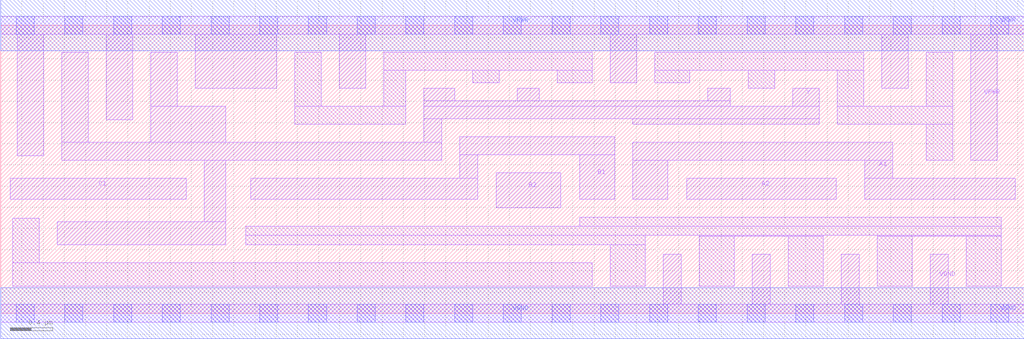
<source format=lef>
# Copyright 2020 The SkyWater PDK Authors
#
# Licensed under the Apache License, Version 2.0 (the "License");
# you may not use this file except in compliance with the License.
# You may obtain a copy of the License at
#
#     https://www.apache.org/licenses/LICENSE-2.0
#
# Unless required by applicable law or agreed to in writing, software
# distributed under the License is distributed on an "AS IS" BASIS,
# WITHOUT WARRANTIES OR CONDITIONS OF ANY KIND, either express or implied.
# See the License for the specific language governing permissions and
# limitations under the License.
#
# SPDX-License-Identifier: Apache-2.0

VERSION 5.7 ;
  NAMESCASESENSITIVE ON ;
  NOWIREEXTENSIONATPIN ON ;
  DIVIDERCHAR "/" ;
  BUSBITCHARS "[]" ;
UNITS
  DATABASE MICRONS 200 ;
END UNITS
MACRO sky130_fd_sc_hd__o221ai_4
  CLASS CORE ;
  SOURCE USER ;
  FOREIGN sky130_fd_sc_hd__o221ai_4 ;
  ORIGIN  0.000000  0.000000 ;
  SIZE  9.660000 BY  2.720000 ;
  SYMMETRY X Y R90 ;
  SITE unithd ;
  PIN A1
    ANTENNAGATEAREA  0.990000 ;
    DIRECTION INPUT ;
    USE SIGNAL ;
    PORT
      LAYER li1 ;
        RECT 5.965000 1.075000 6.295000 1.445000 ;
        RECT 5.965000 1.445000 8.420000 1.615000 ;
        RECT 8.155000 1.075000 9.575000 1.275000 ;
        RECT 8.155000 1.275000 8.420000 1.445000 ;
    END
  END A1
  PIN A2
    ANTENNAGATEAREA  0.990000 ;
    DIRECTION INPUT ;
    USE SIGNAL ;
    PORT
      LAYER li1 ;
        RECT 6.475000 1.075000 7.885000 1.275000 ;
    END
  END A2
  PIN B1
    ANTENNAGATEAREA  0.990000 ;
    DIRECTION INPUT ;
    USE SIGNAL ;
    PORT
      LAYER li1 ;
        RECT 2.360000 1.075000 4.505000 1.275000 ;
        RECT 4.335000 1.275000 4.505000 1.495000 ;
        RECT 4.335000 1.495000 5.795000 1.665000 ;
        RECT 5.465000 1.075000 5.795000 1.495000 ;
    END
  END B1
  PIN B2
    ANTENNAGATEAREA  0.990000 ;
    DIRECTION INPUT ;
    USE SIGNAL ;
    PORT
      LAYER li1 ;
        RECT 4.675000 0.995000 5.285000 1.325000 ;
    END
  END B2
  PIN C1
    ANTENNAGATEAREA  0.990000 ;
    DIRECTION INPUT ;
    USE SIGNAL ;
    PORT
      LAYER li1 ;
        RECT 0.090000 1.075000 1.750000 1.275000 ;
    END
  END C1
  PIN Y
    ANTENNADIFFAREA  1.971000 ;
    DIRECTION OUTPUT ;
    USE SIGNAL ;
    PORT
      LAYER li1 ;
        RECT 0.535000 0.645000 2.125000 0.865000 ;
        RECT 0.575000 1.445000 4.165000 1.615000 ;
        RECT 0.575000 1.615000 0.825000 2.465000 ;
        RECT 1.415000 1.615000 2.125000 1.955000 ;
        RECT 1.415000 1.955000 1.665000 2.465000 ;
        RECT 1.920000 0.865000 2.125000 1.445000 ;
        RECT 3.995000 1.615000 4.165000 1.835000 ;
        RECT 3.995000 1.835000 7.725000 1.955000 ;
        RECT 3.995000 1.955000 6.885000 2.005000 ;
        RECT 3.995000 2.005000 4.285000 2.125000 ;
        RECT 4.875000 2.005000 5.085000 2.125000 ;
        RECT 5.965000 1.785000 7.725000 1.835000 ;
        RECT 6.675000 2.005000 6.885000 2.125000 ;
        RECT 7.475000 1.955000 7.725000 2.125000 ;
    END
  END Y
  PIN VGND
    DIRECTION INOUT ;
    SHAPE ABUTMENT ;
    USE GROUND ;
    PORT
      LAYER li1 ;
        RECT 0.000000 -0.085000 9.660000 0.085000 ;
        RECT 6.255000  0.085000 6.425000 0.555000 ;
        RECT 7.095000  0.085000 7.265000 0.555000 ;
        RECT 7.935000  0.085000 8.105000 0.555000 ;
        RECT 8.775000  0.085000 8.945000 0.555000 ;
      LAYER mcon ;
        RECT 0.145000 -0.085000 0.315000 0.085000 ;
        RECT 0.605000 -0.085000 0.775000 0.085000 ;
        RECT 1.065000 -0.085000 1.235000 0.085000 ;
        RECT 1.525000 -0.085000 1.695000 0.085000 ;
        RECT 1.985000 -0.085000 2.155000 0.085000 ;
        RECT 2.445000 -0.085000 2.615000 0.085000 ;
        RECT 2.905000 -0.085000 3.075000 0.085000 ;
        RECT 3.365000 -0.085000 3.535000 0.085000 ;
        RECT 3.825000 -0.085000 3.995000 0.085000 ;
        RECT 4.285000 -0.085000 4.455000 0.085000 ;
        RECT 4.745000 -0.085000 4.915000 0.085000 ;
        RECT 5.205000 -0.085000 5.375000 0.085000 ;
        RECT 5.665000 -0.085000 5.835000 0.085000 ;
        RECT 6.125000 -0.085000 6.295000 0.085000 ;
        RECT 6.585000 -0.085000 6.755000 0.085000 ;
        RECT 7.045000 -0.085000 7.215000 0.085000 ;
        RECT 7.505000 -0.085000 7.675000 0.085000 ;
        RECT 7.965000 -0.085000 8.135000 0.085000 ;
        RECT 8.425000 -0.085000 8.595000 0.085000 ;
        RECT 8.885000 -0.085000 9.055000 0.085000 ;
        RECT 9.345000 -0.085000 9.515000 0.085000 ;
      LAYER met1 ;
        RECT 0.000000 -0.240000 9.660000 0.240000 ;
    END
  END VGND
  PIN VPWR
    DIRECTION INOUT ;
    SHAPE ABUTMENT ;
    USE POWER ;
    PORT
      LAYER li1 ;
        RECT 0.000000 2.635000 9.660000 2.805000 ;
        RECT 0.155000 1.485000 0.405000 2.635000 ;
        RECT 0.995000 1.825000 1.245000 2.635000 ;
        RECT 1.835000 2.125000 2.605000 2.635000 ;
        RECT 3.195000 2.125000 3.445000 2.635000 ;
        RECT 5.755000 2.175000 6.005000 2.635000 ;
        RECT 8.315000 2.125000 8.565000 2.635000 ;
        RECT 9.155000 1.445000 9.405000 2.635000 ;
      LAYER mcon ;
        RECT 0.145000 2.635000 0.315000 2.805000 ;
        RECT 0.605000 2.635000 0.775000 2.805000 ;
        RECT 1.065000 2.635000 1.235000 2.805000 ;
        RECT 1.525000 2.635000 1.695000 2.805000 ;
        RECT 1.985000 2.635000 2.155000 2.805000 ;
        RECT 2.445000 2.635000 2.615000 2.805000 ;
        RECT 2.905000 2.635000 3.075000 2.805000 ;
        RECT 3.365000 2.635000 3.535000 2.805000 ;
        RECT 3.825000 2.635000 3.995000 2.805000 ;
        RECT 4.285000 2.635000 4.455000 2.805000 ;
        RECT 4.745000 2.635000 4.915000 2.805000 ;
        RECT 5.205000 2.635000 5.375000 2.805000 ;
        RECT 5.665000 2.635000 5.835000 2.805000 ;
        RECT 6.125000 2.635000 6.295000 2.805000 ;
        RECT 6.585000 2.635000 6.755000 2.805000 ;
        RECT 7.045000 2.635000 7.215000 2.805000 ;
        RECT 7.505000 2.635000 7.675000 2.805000 ;
        RECT 7.965000 2.635000 8.135000 2.805000 ;
        RECT 8.425000 2.635000 8.595000 2.805000 ;
        RECT 8.885000 2.635000 9.055000 2.805000 ;
        RECT 9.345000 2.635000 9.515000 2.805000 ;
      LAYER met1 ;
        RECT 0.000000 2.480000 9.660000 2.960000 ;
    END
  END VPWR
  OBS
    LAYER li1 ;
      RECT 0.115000 0.255000 5.585000 0.475000 ;
      RECT 0.115000 0.475000 0.365000 0.895000 ;
      RECT 2.315000 0.645000 6.085000 0.735000 ;
      RECT 2.315000 0.735000 9.445000 0.820000 ;
      RECT 2.775000 1.785000 3.825000 1.955000 ;
      RECT 2.775000 1.955000 3.025000 2.465000 ;
      RECT 3.615000 1.955000 3.825000 2.295000 ;
      RECT 3.615000 2.295000 5.585000 2.465000 ;
      RECT 4.455000 2.175000 4.705000 2.295000 ;
      RECT 5.255000 2.175000 5.585000 2.295000 ;
      RECT 5.465000 0.820000 9.445000 0.905000 ;
      RECT 5.755000 0.255000 6.085000 0.645000 ;
      RECT 6.175000 2.175000 6.505000 2.295000 ;
      RECT 6.175000 2.295000 8.145000 2.465000 ;
      RECT 6.595000 0.255000 6.925000 0.725000 ;
      RECT 6.595000 0.725000 7.765000 0.735000 ;
      RECT 7.055000 2.125000 7.305000 2.295000 ;
      RECT 7.435000 0.255000 7.765000 0.725000 ;
      RECT 7.895000 1.785000 8.985000 1.955000 ;
      RECT 7.895000 1.955000 8.145000 2.295000 ;
      RECT 8.275000 0.255000 8.605000 0.725000 ;
      RECT 8.275000 0.725000 9.445000 0.735000 ;
      RECT 8.735000 1.445000 8.985000 1.785000 ;
      RECT 8.735000 1.955000 8.985000 2.465000 ;
      RECT 9.115000 0.255000 9.445000 0.725000 ;
  END
END sky130_fd_sc_hd__o221ai_4

</source>
